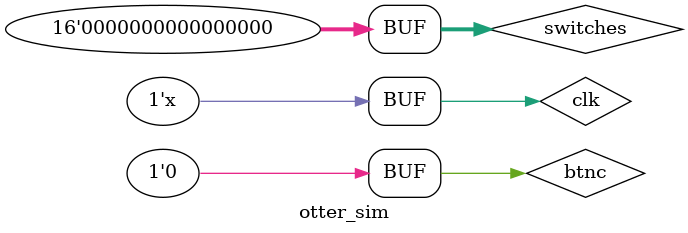
<source format=sv>
`timescale 1ns / 1ps


module otter_sim();

logic [15:0] switches,leds;
logic clk=0;
logic btnl,btnc;

OTTER_Wrapper DUT(
   .CLK(clk),
   .BTNL(btnl),
   .BTNC(btnc),
   .SWITCHES(switches),
   .LEDS(leds),
   .CATHODES(),
   .ANODES(),
   .VGA_RGB(),
   .VGA_HS(),
   .VGA_VS());
   
   always
        #10 clk =!clk;
   initial begin
        btnc=1;
        switches=16'h0000;
        #100
        btnc=0;
        
   
   end
   
   
endmodule
</source>
